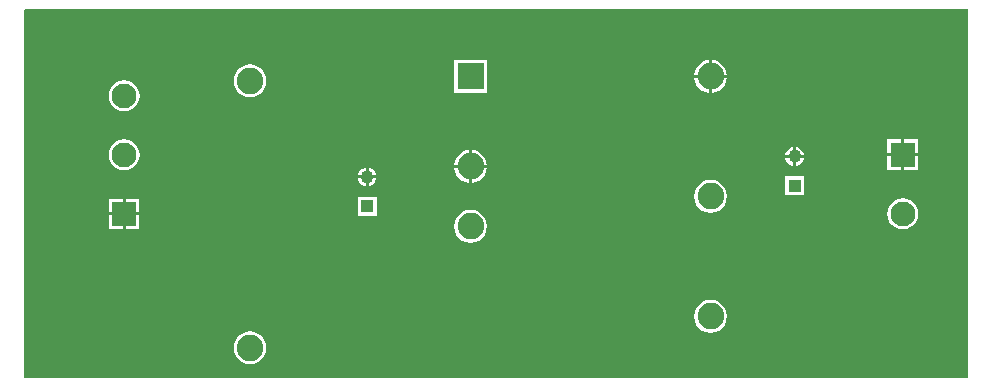
<source format=gbl>
G04*
G04 #@! TF.GenerationSoftware,Altium Limited,Altium Designer,20.0.10 (225)*
G04*
G04 Layer_Physical_Order=2*
G04 Layer_Color=16711680*
%FSLAX43Y43*%
%MOMM*%
G71*
G01*
G75*
%ADD20C,1.100*%
%ADD21R,1.100X1.100*%
%ADD22C,2.250*%
%ADD23R,2.250X2.250*%
%ADD24R,2.100X2.100*%
%ADD25C,2.100*%
G36*
X80384Y388D02*
X388D01*
Y31503D01*
X501Y31616D01*
X80384D01*
Y388D01*
D02*
G37*
%LPC*%
G36*
X58674Y27282D02*
Y26035D01*
X59921D01*
X59891Y26268D01*
X59752Y26603D01*
X59531Y26892D01*
X59242Y27113D01*
X58907Y27252D01*
X58674Y27282D01*
D02*
G37*
G36*
X58420D02*
X58187Y27252D01*
X57852Y27113D01*
X57563Y26892D01*
X57342Y26603D01*
X57203Y26268D01*
X57173Y26035D01*
X58420D01*
Y27282D01*
D02*
G37*
G36*
X59921Y25781D02*
X58674D01*
Y24534D01*
X58907Y24564D01*
X59242Y24703D01*
X59531Y24924D01*
X59752Y25213D01*
X59891Y25548D01*
X59921Y25781D01*
D02*
G37*
G36*
X58420D02*
X57173D01*
X57203Y25548D01*
X57342Y25213D01*
X57563Y24924D01*
X57852Y24703D01*
X58187Y24564D01*
X58420Y24534D01*
Y25781D01*
D02*
G37*
G36*
X39606Y27287D02*
X36848D01*
Y24529D01*
X39606D01*
Y27287D01*
D02*
G37*
G36*
X19558Y26915D02*
X19198Y26868D01*
X18863Y26729D01*
X18574Y26508D01*
X18353Y26219D01*
X18214Y25884D01*
X18167Y25524D01*
X18214Y25164D01*
X18353Y24829D01*
X18574Y24540D01*
X18863Y24319D01*
X19198Y24180D01*
X19558Y24133D01*
X19918Y24180D01*
X20253Y24319D01*
X20542Y24540D01*
X20763Y24829D01*
X20902Y25164D01*
X20949Y25524D01*
X20902Y25884D01*
X20763Y26219D01*
X20542Y26508D01*
X20253Y26729D01*
X19918Y26868D01*
X19558Y26915D01*
D02*
G37*
G36*
X8890Y25572D02*
X8550Y25527D01*
X8232Y25396D01*
X7960Y25187D01*
X7751Y24915D01*
X7620Y24597D01*
X7575Y24257D01*
X7620Y23917D01*
X7751Y23599D01*
X7960Y23327D01*
X8232Y23118D01*
X8550Y22987D01*
X8890Y22942D01*
X9230Y22987D01*
X9548Y23118D01*
X9820Y23327D01*
X10029Y23599D01*
X10160Y23917D01*
X10205Y24257D01*
X10160Y24597D01*
X10029Y24915D01*
X9820Y25187D01*
X9548Y25396D01*
X9230Y25527D01*
X8890Y25572D01*
D02*
G37*
G36*
X76107Y20568D02*
X74930D01*
Y19391D01*
X76107D01*
Y20568D01*
D02*
G37*
G36*
X74676D02*
X73499D01*
Y19391D01*
X74676D01*
Y20568D01*
D02*
G37*
G36*
X65786Y19931D02*
Y19264D01*
X66453D01*
X66442Y19347D01*
X66361Y19542D01*
X66232Y19710D01*
X66064Y19839D01*
X65869Y19920D01*
X65786Y19931D01*
D02*
G37*
G36*
X65532D02*
X65449Y19920D01*
X65254Y19839D01*
X65086Y19710D01*
X64957Y19542D01*
X64876Y19347D01*
X64865Y19264D01*
X65532D01*
Y19931D01*
D02*
G37*
G36*
X38354Y19662D02*
Y18415D01*
X39601D01*
X39571Y18648D01*
X39432Y18983D01*
X39211Y19272D01*
X38922Y19493D01*
X38587Y19632D01*
X38354Y19662D01*
D02*
G37*
G36*
X38100D02*
X37867Y19632D01*
X37532Y19493D01*
X37243Y19272D01*
X37022Y18983D01*
X36883Y18648D01*
X36853Y18415D01*
X38100D01*
Y19662D01*
D02*
G37*
G36*
X66453Y19010D02*
X65786D01*
Y18343D01*
X65869Y18354D01*
X66064Y18435D01*
X66232Y18564D01*
X66361Y18732D01*
X66442Y18927D01*
X66453Y19010D01*
D02*
G37*
G36*
X65532D02*
X64865D01*
X64876Y18927D01*
X64957Y18732D01*
X65086Y18564D01*
X65254Y18435D01*
X65449Y18354D01*
X65532Y18343D01*
Y19010D01*
D02*
G37*
G36*
X76107Y19137D02*
X74930D01*
Y17960D01*
X76107D01*
Y19137D01*
D02*
G37*
G36*
X74676D02*
X73499D01*
Y17960D01*
X74676D01*
Y19137D01*
D02*
G37*
G36*
X8890Y20572D02*
X8550Y20527D01*
X8232Y20396D01*
X7960Y20187D01*
X7751Y19915D01*
X7620Y19597D01*
X7575Y19257D01*
X7620Y18917D01*
X7751Y18599D01*
X7960Y18327D01*
X8232Y18118D01*
X8550Y17987D01*
X8890Y17942D01*
X9230Y17987D01*
X9548Y18118D01*
X9820Y18327D01*
X10029Y18599D01*
X10160Y18917D01*
X10205Y19257D01*
X10160Y19597D01*
X10029Y19915D01*
X9820Y20187D01*
X9548Y20396D01*
X9230Y20527D01*
X8890Y20572D01*
D02*
G37*
G36*
X29591Y18193D02*
Y17526D01*
X30258D01*
X30247Y17609D01*
X30166Y17804D01*
X30037Y17972D01*
X29869Y18101D01*
X29674Y18182D01*
X29591Y18193D01*
D02*
G37*
G36*
X29337D02*
X29254Y18182D01*
X29059Y18101D01*
X28891Y17972D01*
X28762Y17804D01*
X28681Y17609D01*
X28670Y17526D01*
X29337D01*
Y18193D01*
D02*
G37*
G36*
X39601Y18161D02*
X38354D01*
Y16914D01*
X38587Y16944D01*
X38922Y17083D01*
X39211Y17304D01*
X39432Y17593D01*
X39571Y17928D01*
X39601Y18161D01*
D02*
G37*
G36*
X38100D02*
X36853D01*
X36883Y17928D01*
X37022Y17593D01*
X37243Y17304D01*
X37532Y17083D01*
X37867Y16944D01*
X38100Y16914D01*
Y18161D01*
D02*
G37*
G36*
X30258Y17272D02*
X29591D01*
Y16605D01*
X29674Y16616D01*
X29869Y16697D01*
X30037Y16826D01*
X30166Y16994D01*
X30247Y17189D01*
X30258Y17272D01*
D02*
G37*
G36*
X29337D02*
X28670D01*
X28681Y17189D01*
X28762Y16994D01*
X28891Y16826D01*
X29059Y16697D01*
X29254Y16616D01*
X29337Y16605D01*
Y17272D01*
D02*
G37*
G36*
X66463Y17441D02*
X64855D01*
Y15833D01*
X66463D01*
Y17441D01*
D02*
G37*
G36*
X10194Y15561D02*
X9017D01*
Y14384D01*
X10194D01*
Y15561D01*
D02*
G37*
G36*
X8763D02*
X7586D01*
Y14384D01*
X8763D01*
Y15561D01*
D02*
G37*
G36*
X58547Y17139D02*
X58187Y17092D01*
X57852Y16953D01*
X57563Y16732D01*
X57342Y16443D01*
X57203Y16108D01*
X57156Y15748D01*
X57203Y15388D01*
X57342Y15053D01*
X57563Y14764D01*
X57852Y14543D01*
X58187Y14404D01*
X58547Y14357D01*
X58907Y14404D01*
X59242Y14543D01*
X59531Y14764D01*
X59752Y15053D01*
X59891Y15388D01*
X59938Y15748D01*
X59891Y16108D01*
X59752Y16443D01*
X59531Y16732D01*
X59242Y16953D01*
X58907Y17092D01*
X58547Y17139D01*
D02*
G37*
G36*
X30268Y15703D02*
X28660D01*
Y14095D01*
X30268D01*
Y15703D01*
D02*
G37*
G36*
X10194Y14130D02*
X9017D01*
Y12953D01*
X10194D01*
Y14130D01*
D02*
G37*
G36*
X8763D02*
X7586D01*
Y12953D01*
X8763D01*
Y14130D01*
D02*
G37*
G36*
X74803Y15579D02*
X74463Y15534D01*
X74145Y15403D01*
X73873Y15194D01*
X73664Y14922D01*
X73533Y14604D01*
X73488Y14264D01*
X73533Y13924D01*
X73664Y13606D01*
X73873Y13334D01*
X74145Y13125D01*
X74463Y12994D01*
X74803Y12949D01*
X75143Y12994D01*
X75461Y13125D01*
X75733Y13334D01*
X75942Y13606D01*
X76073Y13924D01*
X76118Y14264D01*
X76073Y14604D01*
X75942Y14922D01*
X75733Y15194D01*
X75461Y15403D01*
X75143Y15534D01*
X74803Y15579D01*
D02*
G37*
G36*
X38227Y14599D02*
X37867Y14552D01*
X37532Y14413D01*
X37243Y14192D01*
X37022Y13903D01*
X36883Y13568D01*
X36836Y13208D01*
X36883Y12848D01*
X37022Y12513D01*
X37243Y12224D01*
X37532Y12003D01*
X37867Y11864D01*
X38227Y11817D01*
X38587Y11864D01*
X38922Y12003D01*
X39211Y12224D01*
X39432Y12513D01*
X39571Y12848D01*
X39618Y13208D01*
X39571Y13568D01*
X39432Y13903D01*
X39211Y14192D01*
X38922Y14413D01*
X38587Y14552D01*
X38227Y14599D01*
D02*
G37*
G36*
X58547Y6979D02*
X58187Y6932D01*
X57852Y6793D01*
X57563Y6572D01*
X57342Y6283D01*
X57203Y5948D01*
X57156Y5588D01*
X57203Y5228D01*
X57342Y4893D01*
X57563Y4604D01*
X57852Y4383D01*
X58187Y4244D01*
X58547Y4197D01*
X58907Y4244D01*
X59242Y4383D01*
X59531Y4604D01*
X59752Y4893D01*
X59891Y5228D01*
X59938Y5588D01*
X59891Y5948D01*
X59752Y6283D01*
X59531Y6572D01*
X59242Y6793D01*
X58907Y6932D01*
X58547Y6979D01*
D02*
G37*
G36*
X19558Y4315D02*
X19198Y4267D01*
X18863Y4129D01*
X18574Y3908D01*
X18353Y3619D01*
X18214Y3284D01*
X18167Y2924D01*
X18214Y2564D01*
X18353Y2229D01*
X18574Y1940D01*
X18863Y1719D01*
X19198Y1580D01*
X19558Y1533D01*
X19918Y1580D01*
X20253Y1719D01*
X20542Y1940D01*
X20763Y2229D01*
X20902Y2564D01*
X20949Y2924D01*
X20902Y3284D01*
X20763Y3619D01*
X20542Y3908D01*
X20253Y4129D01*
X19918Y4267D01*
X19558Y4315D01*
D02*
G37*
%LPD*%
D20*
X65659Y19137D02*
D03*
X29464Y17399D02*
D03*
D21*
X65659Y16637D02*
D03*
X29464Y14899D02*
D03*
D22*
X19558Y25524D02*
D03*
Y2924D02*
D03*
X58547Y5588D02*
D03*
Y25908D02*
D03*
X38227Y13208D02*
D03*
Y18288D02*
D03*
X58547Y15748D02*
D03*
D23*
X38227Y25908D02*
D03*
D24*
X8890Y14257D02*
D03*
X74803Y19264D02*
D03*
D25*
X8890Y19257D02*
D03*
Y24257D02*
D03*
X74803Y14264D02*
D03*
M02*

</source>
